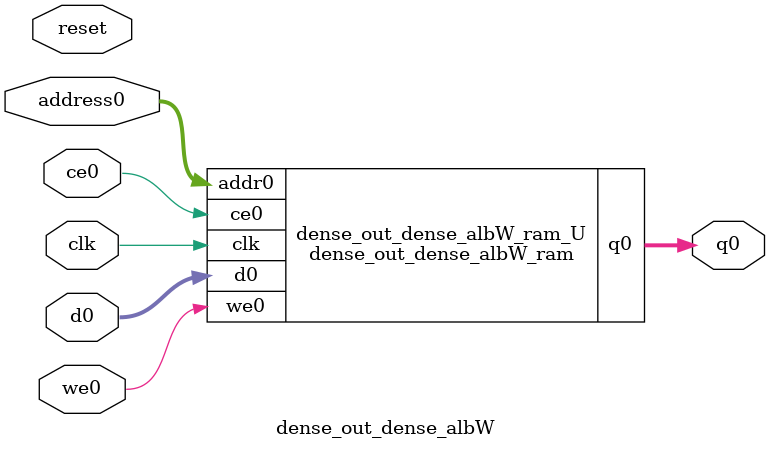
<source format=v>
`timescale 1 ns / 1 ps
module dense_out_dense_albW_ram (addr0, ce0, d0, we0, q0,  clk);

parameter DWIDTH = 32;
parameter AWIDTH = 4;
parameter MEM_SIZE = 10;

input[AWIDTH-1:0] addr0;
input ce0;
input[DWIDTH-1:0] d0;
input we0;
output reg[DWIDTH-1:0] q0;
input clk;

(* ram_style = "distributed" *)reg [DWIDTH-1:0] ram[0:MEM_SIZE-1];




always @(posedge clk)  
begin 
    if (ce0) 
    begin
        if (we0) 
        begin 
            ram[addr0] <= d0; 
        end 
        q0 <= ram[addr0];
    end
end


endmodule

`timescale 1 ns / 1 ps
module dense_out_dense_albW(
    reset,
    clk,
    address0,
    ce0,
    we0,
    d0,
    q0);

parameter DataWidth = 32'd32;
parameter AddressRange = 32'd10;
parameter AddressWidth = 32'd4;
input reset;
input clk;
input[AddressWidth - 1:0] address0;
input ce0;
input we0;
input[DataWidth - 1:0] d0;
output[DataWidth - 1:0] q0;



dense_out_dense_albW_ram dense_out_dense_albW_ram_U(
    .clk( clk ),
    .addr0( address0 ),
    .ce0( ce0 ),
    .we0( we0 ),
    .d0( d0 ),
    .q0( q0 ));

endmodule


</source>
